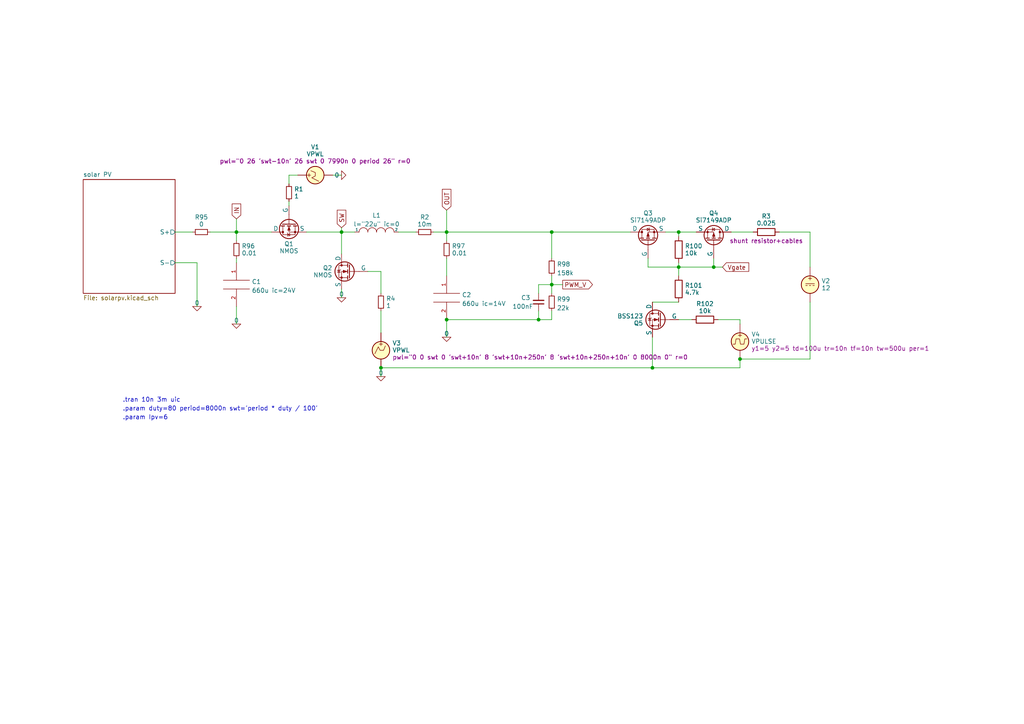
<source format=kicad_sch>
(kicad_sch (version 20230121) (generator eeschema)
  (paper "A4")
  (lib_symbols
    (symbol "Device:C_Small" (pin_numbers hide) (pin_names (offset 0.254) hide)
      (property "Reference" "C" (at 0.254 1.778 0))
      (property "Value" "C_Small" (at 0.254 -2.032 0))
      (symbol "C_Small_0_1"
        (polyline (pts (xy -1.524 -0.508) (xy 1.524 -0.508)) (stroke (width 0.3302)))
        (polyline (pts (xy -1.524 0.508) (xy 1.524 0.508)) (stroke (width 0.3048)))
      )
      (symbol "C_Small_1_1"
        (pin passive line (at 0 2.54 270) (length 2.032) (name "~") (number "1"))
        (pin passive line (at 0 -2.54 90) (length 2.032) (name "~") (number "2"))
      )
    )
    (symbol "Device:R" (pin_numbers hide) (pin_names (offset 0))
      (property "Reference" "R" (at 2.032 0 90))
      (property "Value" "R" (at 0 0 90))
      (symbol "R_0_1"
        (rectangle (start -1.016 -2.54) (end 1.016 2.54) (stroke (width 0.254)))
      )
      (symbol "R_1_1"
        (pin passive line (at 0 3.81 270) (length 1.27) (name "~") (number "1"))
        (pin passive line (at 0 -3.81 90) (length 1.27) (name "~") (number "2"))
      )
    )
    (symbol "Device:R_Small" (pin_numbers hide) (pin_names (offset 0.254) hide)
      (property "Reference" "R" (at 0.762 0.508 0))
      (property "Value" "R_Small" (at 0.762 -1.016 0))
      (symbol "R_Small_0_1"
        (rectangle (start -0.762 1.778) (end 0.762 -1.778) (stroke (width 0.2032)))
      )
      (symbol "R_Small_1_1"
        (pin passive line (at 0 2.54 270) (length 0.762) (name "~") (number "1"))
        (pin passive line (at 0 -2.54 90) (length 0.762) (name "~") (number "2"))
      )
    )
    (symbol "Simulation_SPICE:NMOS" (pin_numbers hide) (pin_names (offset 0))
      (property "Reference" "Q" (at 5.08 1.27 0))
      (property "Value" "NMOS" (at 5.08 -1.27 0))
      (symbol "NMOS_0_1"
        (polyline (pts (xy 0.254 0) (xy -2.54 0)))
        (polyline (pts (xy 0.254 1.905) (xy 0.254 -1.905)) (stroke (width 0.254)))
        (polyline (pts (xy 0.762 -1.27) (xy 0.762 -2.286)) (stroke (width 0.254)))
        (polyline (pts (xy 0.762 0.508) (xy 0.762 -0.508)) (stroke (width 0.254)))
        (polyline (pts (xy 0.762 2.286) (xy 0.762 1.27)) (stroke (width 0.254)))
        (polyline (pts (xy 2.54 2.54) (xy 2.54 1.778)))
        (polyline (pts (xy 2.54 -2.54) (xy 2.54 0) (xy 0.762 0)))
        (polyline (pts (xy 0.762 -1.778) (xy 3.302 -1.778) (xy 3.302 1.778) (xy 0.762 1.778)))
        (polyline (pts (xy 1.016 0) (xy 2.032 0.381) (xy 2.032 -0.381) (xy 1.016 0)) (fill (type outline)))
        (polyline (pts (xy 2.794 0.508) (xy 2.921 0.381) (xy 3.683 0.381) (xy 3.81 0.254)))
        (polyline (pts (xy 3.302 0.381) (xy 2.921 -0.254) (xy 3.683 -0.254) (xy 3.302 0.381)))
        (circle (center 1.651 0) (radius 2.794) (stroke (width 0.254)))
        (circle (center 2.54 -1.778) (radius 0.254) (fill (type outline)))
        (circle (center 2.54 1.778) (radius 0.254) (fill (type outline)))
      )
      (symbol "NMOS_1_1"
        (pin passive line (at 2.54 5.08 270) (length 2.54) (name "D") (number "1"))
        (pin input line (at -5.08 0 0) (length 2.54) (name "G") (number "2"))
        (pin passive line (at 2.54 -5.08 90) (length 2.54) (name "S") (number "3"))
      )
    )
    (symbol "Simulation_SPICE:PMOS" (pin_numbers hide) (pin_names (offset 0))
      (property "Reference" "Q" (at 5.08 1.27 0))
      (property "Value" "PMOS" (at 5.08 -1.27 0))
      (symbol "PMOS_0_1"
        (polyline (pts (xy 0.254 0) (xy -2.54 0)))
        (polyline (pts (xy 0.254 1.905) (xy 0.254 -1.905)) (stroke (width 0.254)))
        (polyline (pts (xy 0.762 -1.27) (xy 0.762 -2.286)) (stroke (width 0.254)))
        (polyline (pts (xy 0.762 0.508) (xy 0.762 -0.508)) (stroke (width 0.254)))
        (polyline (pts (xy 0.762 2.286) (xy 0.762 1.27)) (stroke (width 0.254)))
        (polyline (pts (xy 2.54 2.54) (xy 2.54 1.778)))
        (polyline (pts (xy 2.54 -2.54) (xy 2.54 0) (xy 0.762 0)))
        (polyline (pts (xy 0.762 1.778) (xy 3.302 1.778) (xy 3.302 -1.778) (xy 0.762 -1.778)))
        (polyline (pts (xy 2.286 0) (xy 1.27 0.381) (xy 1.27 -0.381) (xy 2.286 0)) (fill (type outline)))
        (polyline (pts (xy 2.794 -0.508) (xy 2.921 -0.381) (xy 3.683 -0.381) (xy 3.81 -0.254)))
        (polyline (pts (xy 3.302 -0.381) (xy 2.921 0.254) (xy 3.683 0.254) (xy 3.302 -0.381)))
        (circle (center 1.651 0) (radius 2.794) (stroke (width 0.254)))
        (circle (center 2.54 -1.778) (radius 0.254) (fill (type outline)))
        (circle (center 2.54 1.778) (radius 0.254) (fill (type outline)))
      )
      (symbol "PMOS_1_1"
        (pin passive line (at 2.54 5.08 270) (length 2.54) (name "D") (number "1"))
        (pin input line (at -5.08 0 0) (length 2.54) (name "G") (number "2"))
        (pin passive line (at 2.54 -5.08 90) (length 2.54) (name "S") (number "3"))
      )
    )
    (symbol "Simulation_SPICE:VDC" (pin_numbers hide) (pin_names (offset 0.0254))
      (property "Reference" "V" (at 2.54 2.54 0))
      (property "Value" "1" (at 2.54 0 0))
      (symbol "VDC_0_0"
        (polyline (pts (xy -1.27 0.254) (xy 1.27 0.254)))
        (polyline (pts (xy -0.762 -0.254) (xy -1.27 -0.254)))
        (polyline (pts (xy 0.254 -0.254) (xy -0.254 -0.254)))
        (polyline (pts (xy 1.27 -0.254) (xy 0.762 -0.254)))
        (text "+" (at 0 1.905 0) (effects (font (size 1.27 1.27))))
      )
      (symbol "VDC_0_1"
        (circle (center 0 0) (radius 2.54) (stroke (width 0.254)) (fill (type background)))
      )
      (symbol "VDC_1_1"
        (pin passive line (at 0 5.08 270) (length 2.54) (name "~") (number "1"))
        (pin passive line (at 0 -5.08 90) (length 2.54) (name "~") (number "2"))
      )
    )
    (symbol "Simulation_SPICE:VPULSE" (pin_numbers hide) (pin_names (offset 0.0254))
      (property "Reference" "V" (at 2.54 2.54 0))
      (property "Value" "VPULSE" (at 2.54 0 0))
      (property "Sim.Params" "y1=0 y2=1 td=2n tr=2n tf=2n tw=50n per=100n" (at 2.54 -2.54 0))
      (symbol "VPULSE_0_0"
        (polyline (pts (xy -2.032 -0.762) (xy -1.397 -0.762) (xy -1.143 0.762) (xy -0.127 0.762) (xy 0.127 -0.762) (xy 1.143 -0.762) (xy 1.397 0.762) (xy 2.032 0.762)))
        (text "+" (at 0 1.905 0) (effects (font (size 1.27 1.27))))
      )
      (symbol "VPULSE_0_1"
        (circle (center 0 0) (radius 2.54) (stroke (width 0.254)) (fill (type background)))
      )
      (symbol "VPULSE_1_1"
        (pin passive line (at 0 5.08 270) (length 2.54) (name "~") (number "1"))
        (pin passive line (at 0 -5.08 90) (length 2.54) (name "~") (number "2"))
      )
    )
    (symbol "Simulation_SPICE:VPWL" (pin_numbers hide) (pin_names (offset 0.0254))
      (property "Reference" "V" (at 2.54 2.54 0))
      (property "Value" "VPWL" (at 2.54 0 0))
      (property "Sim.Params" "pwl=\"0 -1 50n -1 51n 0 97n 1 171n -1 200n -1\"" (at 2.54 -2.54 0))
      (symbol "VPWL_0_0"
        (polyline (pts (xy -1.778 -1.016) (xy -0.762 1.016) (xy -0.254 0) (xy 0.762 0) (xy 1.27 1.27)))
        (text "+" (at 0 1.905 0) (effects (font (size 1.27 1.27))))
      )
      (symbol "VPWL_0_1"
        (circle (center 0 0) (radius 2.54) (stroke (width 0.254)) (fill (type background)))
      )
      (symbol "VPWL_1_1"
        (pin passive line (at 0 5.08 270) (length 2.54) (name "~") (number "1"))
        (pin passive line (at 0 -5.08 90) (length 2.54) (name "~") (number "2"))
      )
    )
    (symbol "pspice:0" (power) (pin_names (offset 0))
      (property "Value" "0" (at 0 -1.778 0))
      (symbol "0_0_1"
        (polyline (pts (xy -1.27 0) (xy 0 -1.27) (xy 1.27 0) (xy -1.27 0)))
      )
      (symbol "0_1_1"
        (pin power_in line (at 0 0 0) (length 0) hide (name "0") (number "1"))
      )
    )
    (symbol "pspice:C" (pin_names (offset 0.254))
      (property "Reference" "C" (at 2.54 3.81 90))
      (property "Value" "C" (at 2.54 -3.81 90))
      (symbol "C_0_1"
        (polyline (pts (xy -3.81 -1.27) (xy 3.81 -1.27)))
        (polyline (pts (xy -3.81 1.27) (xy 3.81 1.27)))
      )
      (symbol "C_1_1"
        (pin passive line (at 0 6.35 270) (length 5.08) (name "~") (number "1"))
        (pin passive line (at 0 -6.35 90) (length 5.08) (name "~") (number "2"))
      )
    )
    (symbol "pspice:INDUCTOR" (pin_numbers hide) (pin_names (offset 0))
      (property "Reference" "L" (at 0 2.54 0))
      (property "Value" "INDUCTOR" (at 0 -1.27 0))
      (symbol "INDUCTOR_0_1"
        (arc (start -2.54 0) (mid -3.81 1.2645) (end -5.08 0))
        (arc (start 0 0) (mid -1.27 1.2645) (end -2.54 0))
        (arc (start 2.54 0) (mid 1.27 1.2645) (end 0 0))
        (arc (start 5.08 0) (mid 3.81 1.2645) (end 2.54 0))
      )
      (symbol "INDUCTOR_1_1"
        (pin input line (at -6.35 0 0) (length 1.27) (name "1") (number "1"))
        (pin input line (at 6.35 0 180) (length 1.27) (name "2") (number "2"))
      )
    )
  )
  (junction (at 189.23 106.68))
  (junction (at 207.01 77.47))
  (junction (at 160.02 82.55))
  (junction (at 129.54 92.71))
  (junction (at 214.63 104.14))
  (junction (at 196.85 77.47))
  (junction (at 196.85 67.31))
  (junction (at 99.06 67.31))
  (junction (at 156.21 92.71))
  (junction (at 110.49 106.68))
  (junction (at 160.02 67.31))
  (junction (at 129.54 67.31))
  (junction (at 68.58 67.31))
  (wire (pts (xy 68.58 67.31) (xy 78.74 67.31)))
  (wire (pts (xy 196.85 76.2) (xy 196.85 77.47)))
  (wire (pts (xy 212.09 67.31) (xy 218.44 67.31)))
  (wire (pts (xy 110.49 106.68) (xy 110.49 109.22)))
  (wire (pts (xy 160.02 90.17) (xy 160.02 92.71)))
  (wire (pts (xy 160.02 82.55) (xy 156.21 82.55)))
  (wire (pts (xy 160.02 82.55) (xy 160.02 85.09)))
  (wire (pts (xy 88.9 67.31) (xy 99.06 67.31)))
  (wire (pts (xy 214.63 104.14) (xy 214.63 106.68)))
  (wire (pts (xy 129.54 92.71) (xy 156.21 92.71)))
  (wire (pts (xy 207.01 77.47) (xy 207.01 74.93)))
  (wire (pts (xy 83.82 50.8) (xy 83.82 53.34)))
  (wire (pts (xy 129.54 67.31) (xy 160.02 67.31)))
  (wire (pts (xy 160.02 80.01) (xy 160.02 82.55)))
  (wire (pts (xy 110.49 90.17) (xy 110.49 96.52)))
  (wire (pts (xy 68.58 63.5) (xy 68.58 67.31)))
  (wire (pts (xy 189.23 97.79) (xy 189.23 106.68)))
  (wire (pts (xy 193.04 67.31) (xy 196.85 67.31)))
  (wire (pts (xy 99.06 66.04) (xy 99.06 67.31)))
  (wire (pts (xy 234.95 87.63) (xy 234.95 104.14)))
  (wire (pts (xy 156.21 92.71) (xy 160.02 92.71)))
  (wire (pts (xy 110.49 78.74) (xy 110.49 85.09)))
  (wire (pts (xy 68.58 76.2) (xy 68.58 74.93)))
  (wire (pts (xy 57.15 76.2) (xy 57.15 88.9)))
  (wire (pts (xy 234.95 67.31) (xy 234.95 77.47)))
  (wire (pts (xy 196.85 67.31) (xy 196.85 68.58)))
  (wire (pts (xy 68.58 69.85) (xy 68.58 67.31)))
  (wire (pts (xy 86.36 50.8) (xy 83.82 50.8)))
  (wire (pts (xy 234.95 104.14) (xy 214.63 104.14)))
  (wire (pts (xy 50.8 67.31) (xy 55.88 67.31)))
  (wire (pts (xy 196.85 77.47) (xy 207.01 77.47)))
  (wire (pts (xy 189.23 87.63) (xy 196.85 87.63)))
  (wire (pts (xy 160.02 82.55) (xy 163.195 82.55)))
  (wire (pts (xy 156.21 90.17) (xy 156.21 92.71)))
  (wire (pts (xy 226.06 67.31) (xy 234.95 67.31)))
  (wire (pts (xy 99.06 67.31) (xy 99.06 73.66)))
  (wire (pts (xy 96.52 50.8) (xy 99.06 50.8)))
  (wire (pts (xy 207.01 77.47) (xy 209.55 77.47)))
  (wire (pts (xy 214.63 92.71) (xy 214.63 93.98)))
  (wire (pts (xy 160.02 67.31) (xy 160.02 74.93)))
  (wire (pts (xy 214.63 106.68) (xy 189.23 106.68)))
  (wire (pts (xy 129.54 69.85) (xy 129.54 67.31)))
  (wire (pts (xy 83.82 58.42) (xy 83.82 59.69)))
  (wire (pts (xy 110.49 78.74) (xy 106.68 78.74)))
  (wire (pts (xy 129.54 92.71) (xy 129.54 97.79)))
  (wire (pts (xy 196.85 92.71) (xy 200.66 92.71)))
  (wire (pts (xy 189.23 106.68) (xy 110.49 106.68)))
  (wire (pts (xy 125.73 67.31) (xy 129.54 67.31)))
  (wire (pts (xy 57.15 76.2) (xy 50.8 76.2)))
  (wire (pts (xy 187.96 74.93) (xy 187.96 77.47)))
  (wire (pts (xy 68.58 88.9) (xy 68.58 93.98)))
  (wire (pts (xy 156.21 82.55) (xy 156.21 85.09)))
  (wire (pts (xy 160.02 67.31) (xy 182.88 67.31)))
  (wire (pts (xy 99.06 67.31) (xy 102.87 67.31)))
  (wire (pts (xy 115.57 67.31) (xy 120.65 67.31)))
  (wire (pts (xy 187.96 77.47) (xy 196.85 77.47)))
  (wire (pts (xy 99.06 83.82) (xy 99.06 86.36)))
  (wire (pts (xy 196.85 77.47) (xy 196.85 80.01)))
  (wire (pts (xy 129.54 60.96) (xy 129.54 67.31)))
  (wire (pts (xy 60.96 67.31) (xy 68.58 67.31)))
  (wire (pts (xy 208.28 92.71) (xy 214.63 92.71)))
  (wire (pts (xy 196.85 67.31) (xy 201.93 67.31)))
  (wire (pts (xy 129.54 80.01) (xy 129.54 74.93)))
  (text ".param Ipv=6" (at 35.56 121.92 0) (effects (font (size 1.27 1.27)) (justify left bottom)))
  (text ".param duty=80 period=8000n swt='period * duty / 100'" (at 35.56 119.38 0) (effects (font (size 1.27 1.27)) (justify left bottom)))
  (text ".tran 10n 3m uic" (at 35.56 116.84 0) (effects (font (size 1.27 1.27)) (justify left bottom)))
  (global_label "IN" (shape input) (at 68.58 63.5 90) (property "Intersheetrefs" "${INTERSHEET_REFS}" (effects hide)))
  (global_label "SW" (shape input) (at 99.06 66.04 90) (property "Intersheetrefs" "${INTERSHEET_REFS}" (effects hide)))
  (global_label "OUT" (shape input) (at 129.54 60.96 90) (property "Intersheetrefs" "${INTERSHEET_REFS}" (effects hide)))
  (global_label "PWM_V" (shape output) (at 163.195 82.55 0) (property "Intersheetrefs" "${INTERSHEET_REFS}" (effects hide)))
  (global_label "Vgate" (shape input) (at 209.55 77.47 0) (property "Intersheetrefs" "${INTERSHEET_REFS}" (effects hide)))
  (symbol (lib_id "pspice:0") (at 129.54 97.79 0) (unit 1)
    (property "Reference" "#GND04" (effects hide))
    (property "Value" "0" (at 129.54 96.7542 0))
  )
  (symbol (lib_id "Device:R_Small") (at 160.02 77.47 0) (unit 1)
    (property "Reference" "R98" (at 161.5186 76.6353 0) (effects (justify left)))
    (property "Value" "158k" (at 161.5186 79.1722 0) (effects (justify left)))
    (property "Footprint" "Resistor_SMD:R_0805_2012Metric_Pad1.20x1.40mm_HandSolder" (effects hide))
    (property "P/N" "CR0805-FX-1583ELF (M)" (effects hide))
  )
  (symbol (lib_id "pspice:C") (at 68.58 82.55 0) (unit 1)
    (property "Reference" "C1" (at 73.025 81.7153 0) (effects (justify left)))
    (property "Value" "${SIM.PARAMS}" (at 73.025 84.2522 0) (effects (justify left)))
    (property "Sim.Device" "C" (effects hide))
    (property "Sim.Pins" "1=+ 2=-" (effects hide))
    (property "Sim.Params" "660u ic=24V" (effects hide))
  )
  (symbol (lib_id "pspice:0") (at 99.06 86.36 0) (unit 1)
    (property "Reference" "#GND03" (effects hide))
    (property "Value" "0" (at 99.06 85.3242 0))
  )
  (symbol (lib_id "pspice:0") (at 57.15 88.9 0) (unit 1)
    (property "Reference" "#GND06" (effects hide))
    (property "Value" "0" (at 57.15 87.8642 0))
  )
  (symbol (lib_id "Device:R") (at 204.47 92.71 90) (unit 1)
    (property "Reference" "R102" (at 204.47 88.114 90))
    (property "Value" "10k" (at 204.47 90.162 90))
  )
  (symbol (lib_id "Device:R_Small") (at 68.58 72.39 180) (unit 1)
    (property "Reference" "R96" (at 70.0786 71.366 0) (effects (justify right)))
    (property "Value" "0.01" (at 70.0786 73.414 0) (effects (justify right)))
    (property "Sim.Device" "R" (effects hide))
    (property "Sim.Pins" "1=+ 2=-" (effects hide))
  )
  (symbol (lib_id "Simulation_SPICE:NMOS") (at 191.77 92.71 0) (mirror y) (unit 1)
    (property "Reference" "Q5" (at 186.5631 93.734 0) (effects (justify left)))
    (property "Value" "BSS123" (at 186.5631 91.686 0) (effects (justify left)))
    (property "Datasheet" "https://ngspice.sourceforge.io/docs/ngspice-manual.pdf" (effects hide))
    (property "Sim.Device" "SUBCKT" (effects hide))
    (property "Sim.Pins" "1=3 2=4 3=5" (effects hide))
    (property "Sim.Library" "BSS123.LIB" (effects hide))
    (property "Sim.Name" "BSS123/ZTX" (effects hide))
  )
  (symbol (lib_id "pspice:0") (at 110.49 109.22 0) (unit 1)
    (property "Reference" "#GND07" (effects hide))
    (property "Value" "0" (at 110.49 108.1842 0))
  )
  (symbol (lib_id "Device:R") (at 222.25 67.31 90) (unit 1)
    (property "Reference" "R3" (at 222.25 62.714 90))
    (property "Value" "0.025" (at 222.25 64.762 90))
    (property "comment" "shunt resistor+cables" (at 222.25 69.85 90))
  )
  (symbol (lib_id "Simulation_SPICE:VDC") (at 234.95 82.55 0) (unit 1)
    (property "Reference" "V2" (at 238.252 81.4902 0) (effects (justify left)))
    (property "Value" "12" (at 238.252 83.5382 0) (effects (justify left)))
    (property "Sim.Pins" "1=+ 2=-" (effects hide))
    (property "Sim.Type" "DC" (effects hide))
    (property "Sim.Device" "V" (effects hide))
  )
  (symbol (lib_id "Device:R_Small") (at 160.02 87.63 0) (unit 1)
    (property "Reference" "R99" (at 161.5186 86.7953 0) (effects (justify left)))
    (property "Value" "22k" (at 161.5186 89.3322 0) (effects (justify left)))
    (property "Footprint" "Resistor_SMD:R_0805_2012Metric_Pad1.20x1.40mm_HandSolder" (effects hide))
    (property "P/N" "WF08P2202FTL (F)" (effects hide))
  )
  (symbol (lib_id "pspice:C") (at 129.54 86.36 0) (unit 1)
    (property "Reference" "C2" (at 133.985 85.5253 0) (effects (justify left)))
    (property "Value" "${SIM.PARAMS}" (at 133.985 88.0622 0) (effects (justify left)))
    (property "Sim.Device" "C" (effects hide))
    (property "Sim.Pins" "1=+ 2=-" (effects hide))
    (property "Sim.Params" "660u ic=14V" (effects hide))
  )
  (symbol (lib_id "Device:R_Small") (at 110.49 87.63 180) (unit 1)
    (property "Reference" "R4" (at 111.9886 86.606 0) (effects (justify right)))
    (property "Value" "1" (at 111.9886 88.654 0) (effects (justify right)))
    (property "Sim.Device" "R" (effects hide))
    (property "Sim.Pins" "1=+ 2=-" (effects hide))
  )
  (symbol (lib_id "Simulation_SPICE:PMOS") (at 187.96 69.85 90) (unit 1)
    (property "Reference" "Q3" (at 187.96 61.825 90))
    (property "Value" "Si7149ADP" (at 187.96 63.873 90))
    (property "Datasheet" "https://ngspice.sourceforge.io/docs/ngspice-manual.pdf" (effects hide))
    (property "Sim.Device" "SUBCKT" (effects hide))
    (property "Sim.Pins" "1=D 2=G 3=S" (effects hide))
    (property "Sim.Library" "Si7149ADP_PS Rev A.LIB" (effects hide))
    (property "Sim.Name" "Si7149ADP" (effects hide))
  )
  (symbol (lib_id "Simulation_SPICE:PMOS") (at 207.01 69.85 270) (mirror x) (unit 1)
    (property "Reference" "Q4" (at 207.01 61.825 90))
    (property "Value" "Si7149ADP" (at 207.01 63.873 90))
    (property "Datasheet" "https://ngspice.sourceforge.io/docs/ngspice-manual.pdf" (effects hide))
    (property "Sim.Device" "SUBCKT" (effects hide))
    (property "Sim.Pins" "1=D 2=G 3=S" (effects hide))
    (property "Sim.Library" "Si7149ADP_PS Rev A.LIB" (effects hide))
    (property "Sim.Name" "Si7149ADP" (effects hide))
  )
  (symbol (lib_id "Simulation_SPICE:VPULSE") (at 214.63 99.06 0) (unit 1)
    (property "Reference" "V4" (at 217.932 96.9762 0) (effects (justify left)))
    (property "Value" "VPULSE" (at 217.932 99.0242 0) (effects (justify left)))
    (property "Sim.Pins" "1=+ 2=-" (effects hide))
    (property "Sim.Type" "PULSE" (effects hide))
    (property "Sim.Device" "V" (effects hide))
    (property "Sim.Params" "y1=5 y2=5 td=100u tr=10n tf=10n tw=500u per=1" (at 217.932 101.0722 0) (effects (justify left)))
  )
  (symbol (lib_id "Device:R") (at 196.85 72.39 0) (unit 1)
    (property "Reference" "R100" (at 198.628 71.366 0) (effects (justify left)))
    (property "Value" "10k" (at 198.628 73.414 0) (effects (justify left)))
  )
  (symbol (lib_id "Device:R_Small") (at 123.19 67.31 90) (unit 1)
    (property "Reference" "R2" (at 123.19 62.9934 90))
    (property "Value" "10m" (at 123.19 65.0414 90))
    (property "Sim.Device" "R" (effects hide))
    (property "Sim.Pins" "1=+ 2=-" (effects hide))
  )
  (symbol (lib_id "pspice:0") (at 68.58 93.98 0) (unit 1)
    (property "Reference" "#GND02" (effects hide))
    (property "Value" "0" (at 68.58 92.9442 0))
  )
  (symbol (lib_id "pspice:0") (at 99.06 50.8 90) (unit 1)
    (property "Reference" "#GND01" (effects hide))
    (property "Value" "0" (at 98.4251 50.8 90) (effects (justify left)))
  )
  (symbol (lib_id "Device:C_Small") (at 156.21 87.63 180) (unit 1)
    (property "Reference" "C3" (at 151.13 86.36 0) (effects (justify right)))
    (property "Value" "100nF" (at 148.59 88.9 0) (effects (justify right)))
    (property "Footprint" "Capacitor_SMD:C_0603_1608Metric_Pad1.08x0.95mm_HandSolder" (effects hide))
    (property "P/N" "MC0603B104K250CT (stock)" (effects hide))
  )
  (symbol (lib_id "Device:R_Small") (at 83.82 55.88 180) (unit 1)
    (property "Reference" "R1" (at 85.3186 54.856 0) (effects (justify right)))
    (property "Value" "1" (at 85.3186 56.904 0) (effects (justify right)))
    (property "Sim.Device" "R" (effects hide))
    (property "Sim.Pins" "1=+ 2=-" (effects hide))
  )
  (symbol (lib_id "Simulation_SPICE:NMOS") (at 83.82 64.77 90) (mirror x) (unit 1)
    (property "Reference" "Q1" (at 83.82 70.747 90))
    (property "Value" "NMOS" (at 83.82 72.795 90))
    (property "Datasheet" "https://ngspice.sourceforge.io/docs/ngspice-manual.pdf" (effects hide))
    (property "Sim.Device" "NMOS" (effects hide))
    (property "Sim.Type" "VDMOS" (effects hide))
    (property "Sim.Pins" "1=D 2=G 3=S" (effects hide))
    (property "Sim.Params" "vto=3 rb=0.001 vj=0.6" (effects hide))
  )
  (symbol (lib_id "Device:R_Small") (at 129.54 72.39 180) (unit 1)
    (property "Reference" "R97" (at 131.0386 71.366 0) (effects (justify right)))
    (property "Value" "0.01" (at 131.0386 73.414 0) (effects (justify right)))
    (property "Sim.Device" "R" (effects hide))
    (property "Sim.Pins" "1=+ 2=-" (effects hide))
  )
  (symbol (lib_id "Simulation_SPICE:NMOS") (at 101.6 78.74 0) (mirror y) (unit 1)
    (property "Reference" "Q2" (at 96.3931 77.716 0) (effects (justify left)))
    (property "Value" "NMOS" (at 96.3931 79.764 0) (effects (justify left)))
    (property "Datasheet" "https://ngspice.sourceforge.io/docs/ngspice-manual.pdf" (effects hide))
    (property "Sim.Device" "NMOS" (effects hide))
    (property "Sim.Type" "VDMOS" (effects hide))
    (property "Sim.Pins" "1=D 2=G 3=S" (effects hide))
    (property "Sim.Params" "vto=3 rb=0.001 vj=0.6" (effects hide))
  )
  (symbol (lib_id "Simulation_SPICE:VPWL") (at 110.49 101.6 0) (unit 1)
    (property "Reference" "V3" (at 113.792 99.5162 0) (effects (justify left)))
    (property "Value" "VPWL" (at 113.792 101.5642 0) (effects (justify left)))
    (property "Sim.Pins" "1=+ 2=-" (effects hide))
    (property "Sim.Device" "V" (effects hide))
    (property "Sim.Params" "pwl=\"0 0 swt 0 'swt+10n' 8 'swt+10n+250n' 8 'swt+10n+250n+10n' 0 8000n 0\" r=0" (at 113.792 103.6122 0) (effects (justify left)))
    (property "Sim.Type" "PWL" (effects hide))
  )
  (symbol (lib_id "Device:R_Small") (at 58.42 67.31 90) (unit 1)
    (property "Reference" "R95" (at 58.42 62.9934 90))
    (property "Value" "0" (at 58.42 65.0414 90))
    (property "Sim.Device" "R" (effects hide))
    (property "Sim.Pins" "1=+ 2=-" (effects hide))
  )
  (symbol (lib_id "pspice:INDUCTOR") (at 109.22 67.31 0) (unit 1)
    (property "Reference" "L1" (at 109.22 62.4672 0))
    (property "Value" "${SIM.PARAMS}" (at 109.22 65.0041 0))
    (property "Sim.Device" "L" (effects hide))
    (property "Sim.Params" "l=\"22u\" ic=0" (effects hide))
    (property "Sim.Pins" "1=+ 2=-" (effects hide))
  )
  (symbol (lib_id "Device:R") (at 196.85 83.82 0) (unit 1)
    (property "Reference" "R101" (at 198.628 82.796 0) (effects (justify left)))
    (property "Value" "4.7k" (at 198.628 84.844 0) (effects (justify left)))
  )
  (symbol (lib_id "Simulation_SPICE:VPWL") (at 91.44 50.8 90) (unit 1)
    (property "Reference" "V1" (at 91.4042 42.632 90))
    (property "Value" "VPWL" (at 91.4042 44.68 90))
    (property "Sim.Pins" "1=+ 2=-" (effects hide))
    (property "Sim.Device" "V" (effects hide))
    (property "Sim.Params" "pwl=\"0 26 'swt-10n' 26 swt 0 7990n 0 period 26\" r=0" (at 91.4042 46.728 90))
    (property "Sim.Type" "PWL" (effects hide))
  )
  (sheet (at 24.13 52.07) (size 26.67 33.02) (stroke (width 0.1524))
    (property "Sheetname" "solar PV" (at 24.13 51.3584 0) (effects (justify left bottom)))
    (property "Sheetfile" "solarpv.kicad_sch" (at 24.13 85.6746 0) (effects (justify left top)))
    (pin "S+" output (at 50.8 67.31 0))
    (pin "S-" output (at 50.8 76.2 0))
  )
)
</source>
